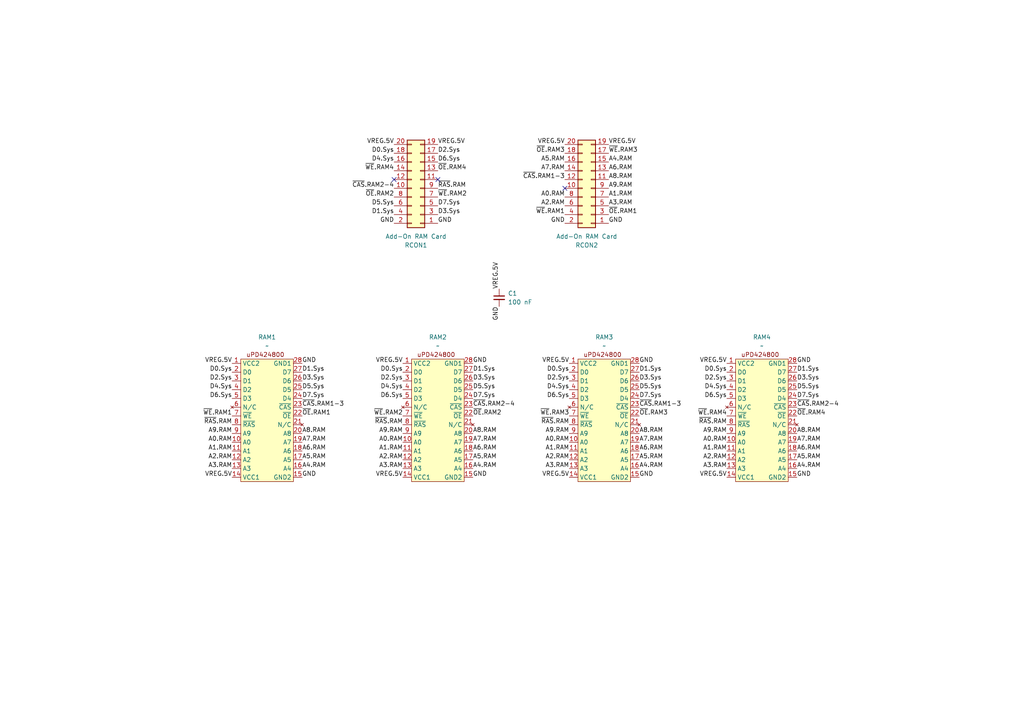
<source format=kicad_sch>
(kicad_sch
	(version 20231120)
	(generator "eeschema")
	(generator_version "8.0")
	(uuid "8e20e15e-a2f5-4ca4-b32c-3ba9700e1dde")
	(paper "A4")
	(lib_symbols
		(symbol "Connector_Generic:Conn_02x10_Odd_Even"
			(pin_names
				(offset 1.016) hide)
			(exclude_from_sim no)
			(in_bom yes)
			(on_board yes)
			(property "Reference" "J"
				(at 1.27 12.7 0)
				(effects
					(font
						(size 1.27 1.27)
					)
				)
			)
			(property "Value" "Conn_02x10_Odd_Even"
				(at 1.27 -15.24 0)
				(effects
					(font
						(size 1.27 1.27)
					)
				)
			)
			(property "Footprint" ""
				(at 0 0 0)
				(effects
					(font
						(size 1.27 1.27)
					)
					(hide yes)
				)
			)
			(property "Datasheet" "~"
				(at 0 0 0)
				(effects
					(font
						(size 1.27 1.27)
					)
					(hide yes)
				)
			)
			(property "Description" "Generic connector, double row, 02x10, odd/even pin numbering scheme (row 1 odd numbers, row 2 even numbers), script generated (kicad-library-utils/schlib/autogen/connector/)"
				(at 0 0 0)
				(effects
					(font
						(size 1.27 1.27)
					)
					(hide yes)
				)
			)
			(property "ki_keywords" "connector"
				(at 0 0 0)
				(effects
					(font
						(size 1.27 1.27)
					)
					(hide yes)
				)
			)
			(property "ki_fp_filters" "Connector*:*_2x??_*"
				(at 0 0 0)
				(effects
					(font
						(size 1.27 1.27)
					)
					(hide yes)
				)
			)
			(symbol "Conn_02x10_Odd_Even_1_1"
				(rectangle
					(start -1.27 -12.573)
					(end 0 -12.827)
					(stroke
						(width 0.1524)
						(type default)
					)
					(fill
						(type none)
					)
				)
				(rectangle
					(start -1.27 -10.033)
					(end 0 -10.287)
					(stroke
						(width 0.1524)
						(type default)
					)
					(fill
						(type none)
					)
				)
				(rectangle
					(start -1.27 -7.493)
					(end 0 -7.747)
					(stroke
						(width 0.1524)
						(type default)
					)
					(fill
						(type none)
					)
				)
				(rectangle
					(start -1.27 -4.953)
					(end 0 -5.207)
					(stroke
						(width 0.1524)
						(type default)
					)
					(fill
						(type none)
					)
				)
				(rectangle
					(start -1.27 -2.413)
					(end 0 -2.667)
					(stroke
						(width 0.1524)
						(type default)
					)
					(fill
						(type none)
					)
				)
				(rectangle
					(start -1.27 0.127)
					(end 0 -0.127)
					(stroke
						(width 0.1524)
						(type default)
					)
					(fill
						(type none)
					)
				)
				(rectangle
					(start -1.27 2.667)
					(end 0 2.413)
					(stroke
						(width 0.1524)
						(type default)
					)
					(fill
						(type none)
					)
				)
				(rectangle
					(start -1.27 5.207)
					(end 0 4.953)
					(stroke
						(width 0.1524)
						(type default)
					)
					(fill
						(type none)
					)
				)
				(rectangle
					(start -1.27 7.747)
					(end 0 7.493)
					(stroke
						(width 0.1524)
						(type default)
					)
					(fill
						(type none)
					)
				)
				(rectangle
					(start -1.27 10.287)
					(end 0 10.033)
					(stroke
						(width 0.1524)
						(type default)
					)
					(fill
						(type none)
					)
				)
				(rectangle
					(start -1.27 11.43)
					(end 3.81 -13.97)
					(stroke
						(width 0.254)
						(type default)
					)
					(fill
						(type background)
					)
				)
				(rectangle
					(start 3.81 -12.573)
					(end 2.54 -12.827)
					(stroke
						(width 0.1524)
						(type default)
					)
					(fill
						(type none)
					)
				)
				(rectangle
					(start 3.81 -10.033)
					(end 2.54 -10.287)
					(stroke
						(width 0.1524)
						(type default)
					)
					(fill
						(type none)
					)
				)
				(rectangle
					(start 3.81 -7.493)
					(end 2.54 -7.747)
					(stroke
						(width 0.1524)
						(type default)
					)
					(fill
						(type none)
					)
				)
				(rectangle
					(start 3.81 -4.953)
					(end 2.54 -5.207)
					(stroke
						(width 0.1524)
						(type default)
					)
					(fill
						(type none)
					)
				)
				(rectangle
					(start 3.81 -2.413)
					(end 2.54 -2.667)
					(stroke
						(width 0.1524)
						(type default)
					)
					(fill
						(type none)
					)
				)
				(rectangle
					(start 3.81 0.127)
					(end 2.54 -0.127)
					(stroke
						(width 0.1524)
						(type default)
					)
					(fill
						(type none)
					)
				)
				(rectangle
					(start 3.81 2.667)
					(end 2.54 2.413)
					(stroke
						(width 0.1524)
						(type default)
					)
					(fill
						(type none)
					)
				)
				(rectangle
					(start 3.81 5.207)
					(end 2.54 4.953)
					(stroke
						(width 0.1524)
						(type default)
					)
					(fill
						(type none)
					)
				)
				(rectangle
					(start 3.81 7.747)
					(end 2.54 7.493)
					(stroke
						(width 0.1524)
						(type default)
					)
					(fill
						(type none)
					)
				)
				(rectangle
					(start 3.81 10.287)
					(end 2.54 10.033)
					(stroke
						(width 0.1524)
						(type default)
					)
					(fill
						(type none)
					)
				)
				(pin passive line
					(at -5.08 10.16 0)
					(length 3.81)
					(name "Pin_1"
						(effects
							(font
								(size 1.27 1.27)
							)
						)
					)
					(number "1"
						(effects
							(font
								(size 1.27 1.27)
							)
						)
					)
				)
				(pin passive line
					(at 7.62 0 180)
					(length 3.81)
					(name "Pin_10"
						(effects
							(font
								(size 1.27 1.27)
							)
						)
					)
					(number "10"
						(effects
							(font
								(size 1.27 1.27)
							)
						)
					)
				)
				(pin passive line
					(at -5.08 -2.54 0)
					(length 3.81)
					(name "Pin_11"
						(effects
							(font
								(size 1.27 1.27)
							)
						)
					)
					(number "11"
						(effects
							(font
								(size 1.27 1.27)
							)
						)
					)
				)
				(pin passive line
					(at 7.62 -2.54 180)
					(length 3.81)
					(name "Pin_12"
						(effects
							(font
								(size 1.27 1.27)
							)
						)
					)
					(number "12"
						(effects
							(font
								(size 1.27 1.27)
							)
						)
					)
				)
				(pin passive line
					(at -5.08 -5.08 0)
					(length 3.81)
					(name "Pin_13"
						(effects
							(font
								(size 1.27 1.27)
							)
						)
					)
					(number "13"
						(effects
							(font
								(size 1.27 1.27)
							)
						)
					)
				)
				(pin passive line
					(at 7.62 -5.08 180)
					(length 3.81)
					(name "Pin_14"
						(effects
							(font
								(size 1.27 1.27)
							)
						)
					)
					(number "14"
						(effects
							(font
								(size 1.27 1.27)
							)
						)
					)
				)
				(pin passive line
					(at -5.08 -7.62 0)
					(length 3.81)
					(name "Pin_15"
						(effects
							(font
								(size 1.27 1.27)
							)
						)
					)
					(number "15"
						(effects
							(font
								(size 1.27 1.27)
							)
						)
					)
				)
				(pin passive line
					(at 7.62 -7.62 180)
					(length 3.81)
					(name "Pin_16"
						(effects
							(font
								(size 1.27 1.27)
							)
						)
					)
					(number "16"
						(effects
							(font
								(size 1.27 1.27)
							)
						)
					)
				)
				(pin passive line
					(at -5.08 -10.16 0)
					(length 3.81)
					(name "Pin_17"
						(effects
							(font
								(size 1.27 1.27)
							)
						)
					)
					(number "17"
						(effects
							(font
								(size 1.27 1.27)
							)
						)
					)
				)
				(pin passive line
					(at 7.62 -10.16 180)
					(length 3.81)
					(name "Pin_18"
						(effects
							(font
								(size 1.27 1.27)
							)
						)
					)
					(number "18"
						(effects
							(font
								(size 1.27 1.27)
							)
						)
					)
				)
				(pin passive line
					(at -5.08 -12.7 0)
					(length 3.81)
					(name "Pin_19"
						(effects
							(font
								(size 1.27 1.27)
							)
						)
					)
					(number "19"
						(effects
							(font
								(size 1.27 1.27)
							)
						)
					)
				)
				(pin passive line
					(at 7.62 10.16 180)
					(length 3.81)
					(name "Pin_2"
						(effects
							(font
								(size 1.27 1.27)
							)
						)
					)
					(number "2"
						(effects
							(font
								(size 1.27 1.27)
							)
						)
					)
				)
				(pin passive line
					(at 7.62 -12.7 180)
					(length 3.81)
					(name "Pin_20"
						(effects
							(font
								(size 1.27 1.27)
							)
						)
					)
					(number "20"
						(effects
							(font
								(size 1.27 1.27)
							)
						)
					)
				)
				(pin passive line
					(at -5.08 7.62 0)
					(length 3.81)
					(name "Pin_3"
						(effects
							(font
								(size 1.27 1.27)
							)
						)
					)
					(number "3"
						(effects
							(font
								(size 1.27 1.27)
							)
						)
					)
				)
				(pin passive line
					(at 7.62 7.62 180)
					(length 3.81)
					(name "Pin_4"
						(effects
							(font
								(size 1.27 1.27)
							)
						)
					)
					(number "4"
						(effects
							(font
								(size 1.27 1.27)
							)
						)
					)
				)
				(pin passive line
					(at -5.08 5.08 0)
					(length 3.81)
					(name "Pin_5"
						(effects
							(font
								(size 1.27 1.27)
							)
						)
					)
					(number "5"
						(effects
							(font
								(size 1.27 1.27)
							)
						)
					)
				)
				(pin passive line
					(at 7.62 5.08 180)
					(length 3.81)
					(name "Pin_6"
						(effects
							(font
								(size 1.27 1.27)
							)
						)
					)
					(number "6"
						(effects
							(font
								(size 1.27 1.27)
							)
						)
					)
				)
				(pin passive line
					(at -5.08 2.54 0)
					(length 3.81)
					(name "Pin_7"
						(effects
							(font
								(size 1.27 1.27)
							)
						)
					)
					(number "7"
						(effects
							(font
								(size 1.27 1.27)
							)
						)
					)
				)
				(pin passive line
					(at 7.62 2.54 180)
					(length 3.81)
					(name "Pin_8"
						(effects
							(font
								(size 1.27 1.27)
							)
						)
					)
					(number "8"
						(effects
							(font
								(size 1.27 1.27)
							)
						)
					)
				)
				(pin passive line
					(at -5.08 0 0)
					(length 3.81)
					(name "Pin_9"
						(effects
							(font
								(size 1.27 1.27)
							)
						)
					)
					(number "9"
						(effects
							(font
								(size 1.27 1.27)
							)
						)
					)
				)
			)
		)
		(symbol "Device:C_Small"
			(pin_numbers hide)
			(pin_names
				(offset 0.254) hide)
			(exclude_from_sim no)
			(in_bom yes)
			(on_board yes)
			(property "Reference" "C"
				(at 0.254 1.778 0)
				(effects
					(font
						(size 1.27 1.27)
					)
					(justify left)
				)
			)
			(property "Value" "C_Small"
				(at 0.254 -2.032 0)
				(effects
					(font
						(size 1.27 1.27)
					)
					(justify left)
				)
			)
			(property "Footprint" ""
				(at 0 0 0)
				(effects
					(font
						(size 1.27 1.27)
					)
					(hide yes)
				)
			)
			(property "Datasheet" "~"
				(at 0 0 0)
				(effects
					(font
						(size 1.27 1.27)
					)
					(hide yes)
				)
			)
			(property "Description" "Unpolarized capacitor, small symbol"
				(at 0 0 0)
				(effects
					(font
						(size 1.27 1.27)
					)
					(hide yes)
				)
			)
			(property "ki_keywords" "capacitor cap"
				(at 0 0 0)
				(effects
					(font
						(size 1.27 1.27)
					)
					(hide yes)
				)
			)
			(property "ki_fp_filters" "C_*"
				(at 0 0 0)
				(effects
					(font
						(size 1.27 1.27)
					)
					(hide yes)
				)
			)
			(symbol "C_Small_0_1"
				(polyline
					(pts
						(xy -1.524 -0.508) (xy 1.524 -0.508)
					)
					(stroke
						(width 0.3302)
						(type default)
					)
					(fill
						(type none)
					)
				)
				(polyline
					(pts
						(xy -1.524 0.508) (xy 1.524 0.508)
					)
					(stroke
						(width 0.3048)
						(type default)
					)
					(fill
						(type none)
					)
				)
			)
			(symbol "C_Small_1_1"
				(pin passive line
					(at 0 2.54 270)
					(length 2.032)
					(name "~"
						(effects
							(font
								(size 1.27 1.27)
							)
						)
					)
					(number "1"
						(effects
							(font
								(size 1.27 1.27)
							)
						)
					)
				)
				(pin passive line
					(at 0 -2.54 90)
					(length 2.032)
					(name "~"
						(effects
							(font
								(size 1.27 1.27)
							)
						)
					)
					(number "2"
						(effects
							(font
								(size 1.27 1.27)
							)
						)
					)
				)
			)
		)
		(symbol "SFIII:uPD424800"
			(exclude_from_sim no)
			(in_bom yes)
			(on_board yes)
			(property "Reference" "U"
				(at 9.398 4.572 0)
				(effects
					(font
						(size 1.27 1.27)
					)
				)
			)
			(property "Value" ""
				(at 0 0 0)
				(effects
					(font
						(size 1.27 1.27)
					)
				)
			)
			(property "Footprint" ""
				(at 0 0 0)
				(effects
					(font
						(size 1.27 1.27)
					)
					(hide yes)
				)
			)
			(property "Datasheet" ""
				(at 0 0 0)
				(effects
					(font
						(size 1.27 1.27)
					)
					(hide yes)
				)
			)
			(property "Description" ""
				(at 0 0 0)
				(effects
					(font
						(size 1.27 1.27)
					)
					(hide yes)
				)
			)
			(symbol "uPD424800_0_0"
				(pin power_in line
					(at 0 0 0)
					(length 2.54)
					(name "VCC2"
						(effects
							(font
								(size 1.27 1.27)
							)
						)
					)
					(number "1"
						(effects
							(font
								(size 1.27 1.27)
							)
						)
					)
				)
				(pin input line
					(at 0 -22.86 0)
					(length 2.54)
					(name "A0"
						(effects
							(font
								(size 1.27 1.27)
							)
						)
					)
					(number "10"
						(effects
							(font
								(size 1.27 1.27)
							)
						)
					)
				)
				(pin input line
					(at 0 -25.4 0)
					(length 2.54)
					(name "A1"
						(effects
							(font
								(size 1.27 1.27)
							)
						)
					)
					(number "11"
						(effects
							(font
								(size 1.27 1.27)
							)
						)
					)
				)
				(pin input line
					(at 0 -27.94 0)
					(length 2.54)
					(name "A2"
						(effects
							(font
								(size 1.27 1.27)
							)
						)
					)
					(number "12"
						(effects
							(font
								(size 1.27 1.27)
							)
						)
					)
				)
				(pin input line
					(at 0 -30.48 0)
					(length 2.54)
					(name "A3"
						(effects
							(font
								(size 1.27 1.27)
							)
						)
					)
					(number "13"
						(effects
							(font
								(size 1.27 1.27)
							)
						)
					)
				)
				(pin power_in line
					(at 0 -33.02 0)
					(length 2.54)
					(name "VCC1"
						(effects
							(font
								(size 1.27 1.27)
							)
						)
					)
					(number "14"
						(effects
							(font
								(size 1.27 1.27)
							)
						)
					)
				)
				(pin power_in line
					(at 20.32 -33.02 180)
					(length 2.54)
					(name "GND2"
						(effects
							(font
								(size 1.27 1.27)
							)
						)
					)
					(number "15"
						(effects
							(font
								(size 1.27 1.27)
							)
						)
					)
				)
				(pin input line
					(at 20.32 -30.48 180)
					(length 2.54)
					(name "A4"
						(effects
							(font
								(size 1.27 1.27)
							)
						)
					)
					(number "16"
						(effects
							(font
								(size 1.27 1.27)
							)
						)
					)
				)
				(pin input line
					(at 20.32 -27.94 180)
					(length 2.54)
					(name "A5"
						(effects
							(font
								(size 1.27 1.27)
							)
						)
					)
					(number "17"
						(effects
							(font
								(size 1.27 1.27)
							)
						)
					)
				)
				(pin input line
					(at 20.32 -25.4 180)
					(length 2.54)
					(name "A6"
						(effects
							(font
								(size 1.27 1.27)
							)
						)
					)
					(number "18"
						(effects
							(font
								(size 1.27 1.27)
							)
						)
					)
				)
				(pin input line
					(at 20.32 -22.86 180)
					(length 2.54)
					(name "A7"
						(effects
							(font
								(size 1.27 1.27)
							)
						)
					)
					(number "19"
						(effects
							(font
								(size 1.27 1.27)
							)
						)
					)
				)
				(pin bidirectional line
					(at 0 -2.54 0)
					(length 2.54)
					(name "D0"
						(effects
							(font
								(size 1.27 1.27)
							)
						)
					)
					(number "2"
						(effects
							(font
								(size 1.27 1.27)
							)
						)
					)
				)
				(pin input line
					(at 20.32 -20.32 180)
					(length 2.54)
					(name "A8"
						(effects
							(font
								(size 1.27 1.27)
							)
						)
					)
					(number "20"
						(effects
							(font
								(size 1.27 1.27)
							)
						)
					)
				)
				(pin no_connect line
					(at 20.32 -17.78 180)
					(length 2.54)
					(name "N/C"
						(effects
							(font
								(size 1.27 1.27)
							)
						)
					)
					(number "21"
						(effects
							(font
								(size 1.27 1.27)
							)
						)
					)
				)
				(pin input line
					(at 20.32 -15.24 180)
					(length 2.54)
					(name "~{OE}"
						(effects
							(font
								(size 1.27 1.27)
							)
						)
					)
					(number "22"
						(effects
							(font
								(size 1.27 1.27)
							)
						)
					)
				)
				(pin input line
					(at 20.32 -12.7 180)
					(length 2.54)
					(name "~{CAS}"
						(effects
							(font
								(size 1.27 1.27)
							)
						)
					)
					(number "23"
						(effects
							(font
								(size 1.27 1.27)
							)
						)
					)
				)
				(pin bidirectional line
					(at 20.32 -10.16 180)
					(length 2.54)
					(name "D4"
						(effects
							(font
								(size 1.27 1.27)
							)
						)
					)
					(number "24"
						(effects
							(font
								(size 1.27 1.27)
							)
						)
					)
				)
				(pin bidirectional line
					(at 20.32 -7.62 180)
					(length 2.54)
					(name "D5"
						(effects
							(font
								(size 1.27 1.27)
							)
						)
					)
					(number "25"
						(effects
							(font
								(size 1.27 1.27)
							)
						)
					)
				)
				(pin bidirectional line
					(at 20.32 -5.08 180)
					(length 2.54)
					(name "D6"
						(effects
							(font
								(size 1.27 1.27)
							)
						)
					)
					(number "26"
						(effects
							(font
								(size 1.27 1.27)
							)
						)
					)
				)
				(pin bidirectional line
					(at 20.32 -2.54 180)
					(length 2.54)
					(name "D7"
						(effects
							(font
								(size 1.27 1.27)
							)
						)
					)
					(number "27"
						(effects
							(font
								(size 1.27 1.27)
							)
						)
					)
				)
				(pin power_in line
					(at 20.32 0 180)
					(length 2.54)
					(name "GND1"
						(effects
							(font
								(size 1.27 1.27)
							)
						)
					)
					(number "28"
						(effects
							(font
								(size 1.27 1.27)
							)
						)
					)
				)
				(pin bidirectional line
					(at 0 -5.08 0)
					(length 2.54)
					(name "D1"
						(effects
							(font
								(size 1.27 1.27)
							)
						)
					)
					(number "3"
						(effects
							(font
								(size 1.27 1.27)
							)
						)
					)
				)
				(pin bidirectional line
					(at 0 -7.62 0)
					(length 2.54)
					(name "D2"
						(effects
							(font
								(size 1.27 1.27)
							)
						)
					)
					(number "4"
						(effects
							(font
								(size 1.27 1.27)
							)
						)
					)
				)
				(pin bidirectional line
					(at 0 -10.16 0)
					(length 2.54)
					(name "D3"
						(effects
							(font
								(size 1.27 1.27)
							)
						)
					)
					(number "5"
						(effects
							(font
								(size 1.27 1.27)
							)
						)
					)
				)
				(pin no_connect line
					(at 0 -12.7 0)
					(length 2.54)
					(name "N/C"
						(effects
							(font
								(size 1.27 1.27)
							)
						)
					)
					(number "6"
						(effects
							(font
								(size 1.27 1.27)
							)
						)
					)
				)
				(pin input line
					(at 0 -15.24 0)
					(length 2.54)
					(name "~{WE}"
						(effects
							(font
								(size 1.27 1.27)
							)
						)
					)
					(number "7"
						(effects
							(font
								(size 1.27 1.27)
							)
						)
					)
				)
				(pin input line
					(at 0 -17.78 0)
					(length 2.54)
					(name "~{RAS}"
						(effects
							(font
								(size 1.27 1.27)
							)
						)
					)
					(number "8"
						(effects
							(font
								(size 1.27 1.27)
							)
						)
					)
				)
				(pin input line
					(at 0 -20.32 0)
					(length 2.54)
					(name "A9"
						(effects
							(font
								(size 1.27 1.27)
							)
						)
					)
					(number "9"
						(effects
							(font
								(size 1.27 1.27)
							)
						)
					)
				)
			)
			(symbol "uPD424800_1_1"
				(rectangle
					(start 2.54 1.27)
					(end 17.78 -34.29)
					(stroke
						(width 0)
						(type default)
					)
					(fill
						(type background)
					)
				)
				(text "uPD424800"
					(at 9.652 2.54 0)
					(effects
						(font
							(size 1.27 1.27)
						)
					)
				)
			)
		)
	)
	(no_connect
		(at 163.83 54.61)
		(uuid "7881a1c8-8bd7-4e32-b4da-f9bf49319afb")
	)
	(no_connect
		(at 127 52.07)
		(uuid "7dd702e9-71bb-43b0-9a1a-19dee41e0aab")
	)
	(no_connect
		(at 114.3 52.07)
		(uuid "ee791a65-3e51-45f8-a202-cfa0045a4e56")
	)
	(label "~{OE}.RAM1"
		(at 176.53 62.23 0)
		(fields_autoplaced yes)
		(effects
			(font
				(size 1.27 1.27)
			)
			(justify left bottom)
		)
		(uuid "02c333de-dece-4169-a9cb-8e8abadd1e4f")
	)
	(label "GND"
		(at 127 64.77 0)
		(fields_autoplaced yes)
		(effects
			(font
				(size 1.27 1.27)
			)
			(justify left bottom)
		)
		(uuid "0409c3eb-705d-4eaf-83ae-04f74989c29e")
	)
	(label "~{CAS}.RAM1-3"
		(at 87.63 118.11 0)
		(fields_autoplaced yes)
		(effects
			(font
				(size 1.27 1.27)
			)
			(justify left bottom)
		)
		(uuid "04fd0459-8012-4816-8084-c4e861910334")
	)
	(label "~{OE}.RAM3"
		(at 163.83 44.45 180)
		(fields_autoplaced yes)
		(effects
			(font
				(size 1.27 1.27)
			)
			(justify right bottom)
		)
		(uuid "06257bc2-5deb-4913-99ad-5fe7e9ee4ce2")
	)
	(label "D5.Sys"
		(at 185.42 113.03 0)
		(fields_autoplaced yes)
		(effects
			(font
				(size 1.27 1.27)
			)
			(justify left bottom)
		)
		(uuid "09b0ab18-9d7f-4710-b82b-0ab9f89d4a05")
	)
	(label "A5.RAM"
		(at 185.42 133.35 0)
		(fields_autoplaced yes)
		(effects
			(font
				(size 1.27 1.27)
			)
			(justify left bottom)
		)
		(uuid "0a0bfcfc-4b1e-4c53-8969-44d914b0d9e8")
	)
	(label "D4.Sys"
		(at 165.1 113.03 180)
		(fields_autoplaced yes)
		(effects
			(font
				(size 1.27 1.27)
			)
			(justify right bottom)
		)
		(uuid "0c02d45b-c9f1-4e33-ba99-dae569ba8923")
	)
	(label "A4.RAM"
		(at 231.14 135.89 0)
		(fields_autoplaced yes)
		(effects
			(font
				(size 1.27 1.27)
			)
			(justify left bottom)
		)
		(uuid "0d276bfb-4f24-41a3-8f4e-bbdb05ec280e")
	)
	(label "D7.Sys"
		(at 185.42 115.57 0)
		(fields_autoplaced yes)
		(effects
			(font
				(size 1.27 1.27)
			)
			(justify left bottom)
		)
		(uuid "11d407aa-3e20-45b0-8d68-f1f50fbf6142")
	)
	(label "D6.Sys"
		(at 67.31 115.57 180)
		(fields_autoplaced yes)
		(effects
			(font
				(size 1.27 1.27)
			)
			(justify right bottom)
		)
		(uuid "131f031a-0073-4d3c-a710-8fa665d08f3b")
	)
	(label "GND"
		(at 87.63 105.41 0)
		(fields_autoplaced yes)
		(effects
			(font
				(size 1.27 1.27)
			)
			(justify left bottom)
		)
		(uuid "144663d3-d60b-49bc-bfe7-ec2a72fb77c6")
	)
	(label "A2.RAM"
		(at 116.84 133.35 180)
		(fields_autoplaced yes)
		(effects
			(font
				(size 1.27 1.27)
			)
			(justify right bottom)
		)
		(uuid "167bc55b-dbb1-4191-b900-1eaa0884cd9c")
	)
	(label "GND"
		(at 137.16 105.41 0)
		(fields_autoplaced yes)
		(effects
			(font
				(size 1.27 1.27)
			)
			(justify left bottom)
		)
		(uuid "1758f3e4-e8d0-4d00-8904-79cabf8385af")
	)
	(label "GND"
		(at 231.14 138.43 0)
		(fields_autoplaced yes)
		(effects
			(font
				(size 1.27 1.27)
			)
			(justify left bottom)
		)
		(uuid "17ca58a4-2b8b-44e6-9291-82d3cf134020")
	)
	(label "A5.RAM"
		(at 163.83 46.99 180)
		(fields_autoplaced yes)
		(effects
			(font
				(size 1.27 1.27)
			)
			(justify right bottom)
		)
		(uuid "1a71b97e-28c3-447e-92a4-8a5f09dd1644")
	)
	(label "A9.RAM"
		(at 210.82 125.73 180)
		(fields_autoplaced yes)
		(effects
			(font
				(size 1.27 1.27)
			)
			(justify right bottom)
		)
		(uuid "1b25cbcc-4a3d-4d7c-a102-e59a27263579")
	)
	(label "A8.RAM"
		(at 87.63 125.73 0)
		(fields_autoplaced yes)
		(effects
			(font
				(size 1.27 1.27)
			)
			(justify left bottom)
		)
		(uuid "1c1dcbd6-42d3-43a5-965a-458139d54011")
	)
	(label "VREG.5V"
		(at 127 41.91 0)
		(fields_autoplaced yes)
		(effects
			(font
				(size 1.27 1.27)
			)
			(justify left bottom)
		)
		(uuid "1f2582b0-0eec-4f97-80b4-e8c1fa6b09bb")
	)
	(label "A8.RAM"
		(at 185.42 125.73 0)
		(fields_autoplaced yes)
		(effects
			(font
				(size 1.27 1.27)
			)
			(justify left bottom)
		)
		(uuid "2006c81e-0dd3-4f7e-bf40-021be42f3300")
	)
	(label "D7.Sys"
		(at 127 59.69 0)
		(fields_autoplaced yes)
		(effects
			(font
				(size 1.27 1.27)
			)
			(justify left bottom)
		)
		(uuid "25ed0f96-8c34-433d-aa5a-f863f37a33f4")
	)
	(label "GND"
		(at 87.63 138.43 0)
		(fields_autoplaced yes)
		(effects
			(font
				(size 1.27 1.27)
			)
			(justify left bottom)
		)
		(uuid "26ddf653-5c9f-424c-8c27-24b65acaa6d5")
	)
	(label "VREG.5V"
		(at 165.1 138.43 180)
		(fields_autoplaced yes)
		(effects
			(font
				(size 1.27 1.27)
			)
			(justify right bottom)
		)
		(uuid "2870ee9b-5732-45e7-a043-e962d65db8e2")
	)
	(label "A3.RAM"
		(at 165.1 135.89 180)
		(fields_autoplaced yes)
		(effects
			(font
				(size 1.27 1.27)
			)
			(justify right bottom)
		)
		(uuid "2a9ad8a4-0fae-4e94-92b3-2070c9d7c278")
	)
	(label "GND"
		(at 163.83 64.77 180)
		(fields_autoplaced yes)
		(effects
			(font
				(size 1.27 1.27)
			)
			(justify right bottom)
		)
		(uuid "2be8a4f6-c740-47b2-ac8e-2d4d9456e4b7")
	)
	(label "A6.RAM"
		(at 176.53 49.53 0)
		(fields_autoplaced yes)
		(effects
			(font
				(size 1.27 1.27)
			)
			(justify left bottom)
		)
		(uuid "2cb9b953-92d9-4c2d-bcd5-e9cd8d185396")
	)
	(label "D3.Sys"
		(at 137.16 110.49 0)
		(fields_autoplaced yes)
		(effects
			(font
				(size 1.27 1.27)
			)
			(justify left bottom)
		)
		(uuid "3014d865-ac09-456e-8edc-f4c1d84fd8d1")
	)
	(label "A9.RAM"
		(at 116.84 125.73 180)
		(fields_autoplaced yes)
		(effects
			(font
				(size 1.27 1.27)
			)
			(justify right bottom)
		)
		(uuid "305621b8-1ae3-490c-9d63-317326a226de")
	)
	(label "D2.Sys"
		(at 116.84 110.49 180)
		(fields_autoplaced yes)
		(effects
			(font
				(size 1.27 1.27)
			)
			(justify right bottom)
		)
		(uuid "30c39632-fb16-4649-bbc5-d1da57247733")
	)
	(label "A1.RAM"
		(at 176.53 57.15 0)
		(fields_autoplaced yes)
		(effects
			(font
				(size 1.27 1.27)
			)
			(justify left bottom)
		)
		(uuid "30db6d4f-4575-4781-99d4-e0896c0f28b3")
	)
	(label "D6.Sys"
		(at 127 46.99 0)
		(fields_autoplaced yes)
		(effects
			(font
				(size 1.27 1.27)
			)
			(justify left bottom)
		)
		(uuid "3206cedf-96df-483d-bbf1-820184ca1379")
	)
	(label "A6.RAM"
		(at 185.42 130.81 0)
		(fields_autoplaced yes)
		(effects
			(font
				(size 1.27 1.27)
			)
			(justify left bottom)
		)
		(uuid "34ad1b8b-ddf1-4d48-8a07-7eab49364bdf")
	)
	(label "~{RAS}.RAM"
		(at 116.84 123.19 180)
		(fields_autoplaced yes)
		(effects
			(font
				(size 1.27 1.27)
			)
			(justify right bottom)
		)
		(uuid "370fa033-9375-473e-a987-64420793abe6")
	)
	(label "A4.RAM"
		(at 185.42 135.89 0)
		(fields_autoplaced yes)
		(effects
			(font
				(size 1.27 1.27)
			)
			(justify left bottom)
		)
		(uuid "383fc075-a93b-4a68-9234-4759fac11e50")
	)
	(label "VREG.5V"
		(at 210.82 105.41 180)
		(fields_autoplaced yes)
		(effects
			(font
				(size 1.27 1.27)
			)
			(justify right bottom)
		)
		(uuid "38412d38-d625-4020-9149-95e27989a80b")
	)
	(label "D1.Sys"
		(at 137.16 107.95 0)
		(fields_autoplaced yes)
		(effects
			(font
				(size 1.27 1.27)
			)
			(justify left bottom)
		)
		(uuid "38bc572c-5165-4b1c-baf8-cf500b73f378")
	)
	(label "D7.Sys"
		(at 87.63 115.57 0)
		(fields_autoplaced yes)
		(effects
			(font
				(size 1.27 1.27)
			)
			(justify left bottom)
		)
		(uuid "396975e5-4014-47cb-8145-fcc0717cd4e1")
	)
	(label "D4.Sys"
		(at 116.84 113.03 180)
		(fields_autoplaced yes)
		(effects
			(font
				(size 1.27 1.27)
			)
			(justify right bottom)
		)
		(uuid "39f8eab5-4871-407f-9f6a-cf2a04f94cdb")
	)
	(label "D3.Sys"
		(at 87.63 110.49 0)
		(fields_autoplaced yes)
		(effects
			(font
				(size 1.27 1.27)
			)
			(justify left bottom)
		)
		(uuid "3e282ad6-dc81-4e45-bde8-6c0e84bc0f01")
	)
	(label "A7.RAM"
		(at 163.83 49.53 180)
		(fields_autoplaced yes)
		(effects
			(font
				(size 1.27 1.27)
			)
			(justify right bottom)
		)
		(uuid "3f762d5d-a848-4b19-bab3-26980002468f")
	)
	(label "A9.RAM"
		(at 165.1 125.73 180)
		(fields_autoplaced yes)
		(effects
			(font
				(size 1.27 1.27)
			)
			(justify right bottom)
		)
		(uuid "416572d4-bca8-49ee-84b7-9b3accfa7c0d")
	)
	(label "A5.RAM"
		(at 137.16 133.35 0)
		(fields_autoplaced yes)
		(effects
			(font
				(size 1.27 1.27)
			)
			(justify left bottom)
		)
		(uuid "41d3a78d-ec79-4d68-872e-733f0e7b10e9")
	)
	(label "D2.Sys"
		(at 67.31 110.49 180)
		(fields_autoplaced yes)
		(effects
			(font
				(size 1.27 1.27)
			)
			(justify right bottom)
		)
		(uuid "4419cd0e-e4ce-45a0-bc62-017ad37263f1")
	)
	(label "D1.Sys"
		(at 185.42 107.95 0)
		(fields_autoplaced yes)
		(effects
			(font
				(size 1.27 1.27)
			)
			(justify left bottom)
		)
		(uuid "44331e59-ba99-4ff0-ae32-5c04f4ab7b5e")
	)
	(label "A9.RAM"
		(at 176.53 54.61 0)
		(fields_autoplaced yes)
		(effects
			(font
				(size 1.27 1.27)
			)
			(justify left bottom)
		)
		(uuid "45fb3aef-6b09-48f5-9c2a-12aa2f817157")
	)
	(label "A3.RAM"
		(at 210.82 135.89 180)
		(fields_autoplaced yes)
		(effects
			(font
				(size 1.27 1.27)
			)
			(justify right bottom)
		)
		(uuid "464f5576-35af-4fda-8145-af90725520e6")
	)
	(label "D0.Sys"
		(at 67.31 107.95 180)
		(fields_autoplaced yes)
		(effects
			(font
				(size 1.27 1.27)
			)
			(justify right bottom)
		)
		(uuid "4c98b505-7f13-46cd-bc99-eaa4904d0d37")
	)
	(label "~{WE}.RAM3"
		(at 176.53 44.45 0)
		(fields_autoplaced yes)
		(effects
			(font
				(size 1.27 1.27)
			)
			(justify left bottom)
		)
		(uuid "4d88e8a2-574a-4b6e-88f7-c66fc806b7fe")
	)
	(label "D3.Sys"
		(at 127 62.23 0)
		(fields_autoplaced yes)
		(effects
			(font
				(size 1.27 1.27)
			)
			(justify left bottom)
		)
		(uuid "4f2c36bd-9f5b-42b6-a2af-afd5dd5ff0d5")
	)
	(label "~{OE}.RAM2"
		(at 137.16 120.65 0)
		(fields_autoplaced yes)
		(effects
			(font
				(size 1.27 1.27)
			)
			(justify left bottom)
		)
		(uuid "4fea4ca1-7448-4418-9b9c-b491fa632f2f")
	)
	(label "~{CAS}.RAM2-4"
		(at 137.16 118.11 0)
		(fields_autoplaced yes)
		(effects
			(font
				(size 1.27 1.27)
			)
			(justify left bottom)
		)
		(uuid "52d0d2bf-b121-4611-84bd-c4f1ccb3c99a")
	)
	(label "~{RAS}.RAM"
		(at 165.1 123.19 180)
		(fields_autoplaced yes)
		(effects
			(font
				(size 1.27 1.27)
			)
			(justify right bottom)
		)
		(uuid "55216f8d-2588-4fe7-b0be-7e257ee3fd47")
	)
	(label "~{CAS}.RAM2-4"
		(at 114.3 54.61 180)
		(fields_autoplaced yes)
		(effects
			(font
				(size 1.27 1.27)
			)
			(justify right bottom)
		)
		(uuid "558ffaed-f811-4ab9-aded-b2a8bb4c29bf")
	)
	(label "D2.Sys"
		(at 127 44.45 0)
		(fields_autoplaced yes)
		(effects
			(font
				(size 1.27 1.27)
			)
			(justify left bottom)
		)
		(uuid "587823ee-661b-4664-9620-62c81fb16d09")
	)
	(label "~{CAS}.RAM2-4"
		(at 231.14 118.11 0)
		(fields_autoplaced yes)
		(effects
			(font
				(size 1.27 1.27)
			)
			(justify left bottom)
		)
		(uuid "5aaaf366-45d8-4b6f-bb09-2d27fd005c2f")
	)
	(label "D4.Sys"
		(at 67.31 113.03 180)
		(fields_autoplaced yes)
		(effects
			(font
				(size 1.27 1.27)
			)
			(justify right bottom)
		)
		(uuid "5b0c9b30-6e86-4e1e-bc9a-148e6c9a7b4c")
	)
	(label "D3.Sys"
		(at 231.14 110.49 0)
		(fields_autoplaced yes)
		(effects
			(font
				(size 1.27 1.27)
			)
			(justify left bottom)
		)
		(uuid "615c292a-a51c-4969-8a00-9f9afcfb37b3")
	)
	(label "D5.Sys"
		(at 87.63 113.03 0)
		(fields_autoplaced yes)
		(effects
			(font
				(size 1.27 1.27)
			)
			(justify left bottom)
		)
		(uuid "617c5b0d-eb06-44cf-a90e-9a186bbd2739")
	)
	(label "A2.RAM"
		(at 67.31 133.35 180)
		(fields_autoplaced yes)
		(effects
			(font
				(size 1.27 1.27)
			)
			(justify right bottom)
		)
		(uuid "64c08de1-898b-48b0-9d24-edcea565475e")
	)
	(label "~{WE}.RAM4"
		(at 210.82 120.65 180)
		(fields_autoplaced yes)
		(effects
			(font
				(size 1.27 1.27)
			)
			(justify right bottom)
		)
		(uuid "650c0ede-8457-4362-bc3c-5f1a2b654610")
	)
	(label "A6.RAM"
		(at 87.63 130.81 0)
		(fields_autoplaced yes)
		(effects
			(font
				(size 1.27 1.27)
			)
			(justify left bottom)
		)
		(uuid "6513ff1a-7268-4111-ae14-1b2b0cb12047")
	)
	(label "VREG.5V"
		(at 176.53 41.91 0)
		(fields_autoplaced yes)
		(effects
			(font
				(size 1.27 1.27)
			)
			(justify left bottom)
		)
		(uuid "69398301-c06c-44be-8ca9-d290c6c22485")
	)
	(label "D0.Sys"
		(at 116.84 107.95 180)
		(fields_autoplaced yes)
		(effects
			(font
				(size 1.27 1.27)
			)
			(justify right bottom)
		)
		(uuid "6aeca536-5453-4547-87e9-37f1de23621b")
	)
	(label "VREG.5V"
		(at 114.3 41.91 180)
		(fields_autoplaced yes)
		(effects
			(font
				(size 1.27 1.27)
			)
			(justify right bottom)
		)
		(uuid "6d243654-a689-4cf6-bb52-5b2f99be3c00")
	)
	(label "A1.RAM"
		(at 67.31 130.81 180)
		(fields_autoplaced yes)
		(effects
			(font
				(size 1.27 1.27)
			)
			(justify right bottom)
		)
		(uuid "717e29ef-9d77-4db6-ac6c-f7a0174bed83")
	)
	(label "A7.RAM"
		(at 137.16 128.27 0)
		(fields_autoplaced yes)
		(effects
			(font
				(size 1.27 1.27)
			)
			(justify left bottom)
		)
		(uuid "726740da-ef73-4139-ab8f-2331274b311e")
	)
	(label "~{OE}.RAM4"
		(at 127 49.53 0)
		(fields_autoplaced yes)
		(effects
			(font
				(size 1.27 1.27)
			)
			(justify left bottom)
		)
		(uuid "730a6d01-aaf9-4b2c-ad03-35dc9634a469")
	)
	(label "A0.RAM"
		(at 165.1 128.27 180)
		(fields_autoplaced yes)
		(effects
			(font
				(size 1.27 1.27)
			)
			(justify right bottom)
		)
		(uuid "73857870-217b-4414-81fa-cb7cbdabdc54")
	)
	(label "D2.Sys"
		(at 165.1 110.49 180)
		(fields_autoplaced yes)
		(effects
			(font
				(size 1.27 1.27)
			)
			(justify right bottom)
		)
		(uuid "76b6aee3-b486-44f3-bce5-f7a3c70d149c")
	)
	(label "GND"
		(at 137.16 138.43 0)
		(fields_autoplaced yes)
		(effects
			(font
				(size 1.27 1.27)
			)
			(justify left bottom)
		)
		(uuid "771db147-854d-412e-8bca-8bcbf92fa9d7")
	)
	(label "A7.RAM"
		(at 87.63 128.27 0)
		(fields_autoplaced yes)
		(effects
			(font
				(size 1.27 1.27)
			)
			(justify left bottom)
		)
		(uuid "77bd6b49-aa46-454f-af19-54cec1228333")
	)
	(label "A5.RAM"
		(at 231.14 133.35 0)
		(fields_autoplaced yes)
		(effects
			(font
				(size 1.27 1.27)
			)
			(justify left bottom)
		)
		(uuid "7ffd359b-dc87-4ae4-be83-d10f9851391d")
	)
	(label "D5.Sys"
		(at 231.14 113.03 0)
		(fields_autoplaced yes)
		(effects
			(font
				(size 1.27 1.27)
			)
			(justify left bottom)
		)
		(uuid "80938dbb-6efa-4443-9b59-96e4f239f726")
	)
	(label "VREG.5V"
		(at 67.31 138.43 180)
		(fields_autoplaced yes)
		(effects
			(font
				(size 1.27 1.27)
			)
			(justify right bottom)
		)
		(uuid "82662be9-cdc1-488a-9d11-5728675b97a1")
	)
	(label "D7.Sys"
		(at 137.16 115.57 0)
		(fields_autoplaced yes)
		(effects
			(font
				(size 1.27 1.27)
			)
			(justify left bottom)
		)
		(uuid "82f5408e-0add-4a2d-9084-8d94dde3ffac")
	)
	(label "~{RAS}.RAM"
		(at 127 54.61 0)
		(fields_autoplaced yes)
		(effects
			(font
				(size 1.27 1.27)
			)
			(justify left bottom)
		)
		(uuid "83b57526-5789-4144-aead-2f70c9c1ab18")
	)
	(label "VREG.5V"
		(at 165.1 105.41 180)
		(fields_autoplaced yes)
		(effects
			(font
				(size 1.27 1.27)
			)
			(justify right bottom)
		)
		(uuid "84835560-a548-4063-969f-54680d87d1d6")
	)
	(label "GND"
		(at 144.78 88.9 270)
		(fields_autoplaced yes)
		(effects
			(font
				(size 1.27 1.27)
			)
			(justify right bottom)
		)
		(uuid "8568d8b1-d5fb-49ef-a418-dc8ffeb55419")
	)
	(label "D4.Sys"
		(at 114.3 46.99 180)
		(fields_autoplaced yes)
		(effects
			(font
				(size 1.27 1.27)
			)
			(justify right bottom)
		)
		(uuid "8764cfa1-cb66-4a7f-b341-0706cab14ae5")
	)
	(label "D7.Sys"
		(at 231.14 115.57 0)
		(fields_autoplaced yes)
		(effects
			(font
				(size 1.27 1.27)
			)
			(justify left bottom)
		)
		(uuid "89216a3f-6c39-460b-844a-e811667b5b4b")
	)
	(label "D6.Sys"
		(at 165.1 115.57 180)
		(fields_autoplaced yes)
		(effects
			(font
				(size 1.27 1.27)
			)
			(justify right bottom)
		)
		(uuid "8abbe9d8-a6ce-44b7-9a0b-bc7cffc4dc77")
	)
	(label "GND"
		(at 231.14 105.41 0)
		(fields_autoplaced yes)
		(effects
			(font
				(size 1.27 1.27)
			)
			(justify left bottom)
		)
		(uuid "8d45ff21-29f3-4ec1-a8ed-825ea11de20f")
	)
	(label "~{CAS}.RAM1-3"
		(at 185.42 118.11 0)
		(fields_autoplaced yes)
		(effects
			(font
				(size 1.27 1.27)
			)
			(justify left bottom)
		)
		(uuid "911c6fd1-2fa5-41f6-bdf9-9e12a2606258")
	)
	(label "D6.Sys"
		(at 116.84 115.57 180)
		(fields_autoplaced yes)
		(effects
			(font
				(size 1.27 1.27)
			)
			(justify right bottom)
		)
		(uuid "940ff113-25e1-401b-b7a8-048f7d4aa31c")
	)
	(label "A3.RAM"
		(at 116.84 135.89 180)
		(fields_autoplaced yes)
		(effects
			(font
				(size 1.27 1.27)
			)
			(justify right bottom)
		)
		(uuid "979d827b-ce26-4ebd-8e73-3a7a4d62ec43")
	)
	(label "D0.Sys"
		(at 114.3 44.45 180)
		(fields_autoplaced yes)
		(effects
			(font
				(size 1.27 1.27)
			)
			(justify right bottom)
		)
		(uuid "9db3f475-9523-4b07-a331-7c8cac63b230")
	)
	(label "D4.Sys"
		(at 210.82 113.03 180)
		(fields_autoplaced yes)
		(effects
			(font
				(size 1.27 1.27)
			)
			(justify right bottom)
		)
		(uuid "9e510f4c-89b5-41cd-b376-462a302bb494")
	)
	(label "A4.RAM"
		(at 176.53 46.99 0)
		(fields_autoplaced yes)
		(effects
			(font
				(size 1.27 1.27)
			)
			(justify left bottom)
		)
		(uuid "9e76e67e-435b-41c5-b7f5-44ca179238fa")
	)
	(label "GND"
		(at 185.42 138.43 0)
		(fields_autoplaced yes)
		(effects
			(font
				(size 1.27 1.27)
			)
			(justify left bottom)
		)
		(uuid "a001b575-e4d4-4ba5-9450-3082a4a5a8de")
	)
	(label "A6.RAM"
		(at 137.16 130.81 0)
		(fields_autoplaced yes)
		(effects
			(font
				(size 1.27 1.27)
			)
			(justify left bottom)
		)
		(uuid "a00b7fe9-0d7f-4d41-8bea-c82c901c0a10")
	)
	(label "D0.Sys"
		(at 165.1 107.95 180)
		(fields_autoplaced yes)
		(effects
			(font
				(size 1.27 1.27)
			)
			(justify right bottom)
		)
		(uuid "a1547985-ac22-4101-aa96-437bb91eb8d7")
	)
	(label "A0.RAM"
		(at 210.82 128.27 180)
		(fields_autoplaced yes)
		(effects
			(font
				(size 1.27 1.27)
			)
			(justify right bottom)
		)
		(uuid "a2f7b7f9-6ad7-4acb-9720-6e0ec83dc81a")
	)
	(label "D0.Sys"
		(at 210.82 107.95 180)
		(fields_autoplaced yes)
		(effects
			(font
				(size 1.27 1.27)
			)
			(justify right bottom)
		)
		(uuid "a483f326-faea-4a11-9918-052204ad1e03")
	)
	(label "~{CAS}.RAM1-3"
		(at 163.83 52.07 180)
		(fields_autoplaced yes)
		(effects
			(font
				(size 1.27 1.27)
			)
			(justify right bottom)
		)
		(uuid "a4873b8e-51f6-4b53-9f8f-e09db8541bbd")
	)
	(label "A1.RAM"
		(at 116.84 130.81 180)
		(fields_autoplaced yes)
		(effects
			(font
				(size 1.27 1.27)
			)
			(justify right bottom)
		)
		(uuid "a77f315e-b278-4c8b-a858-dc2c6f2206fb")
	)
	(label "A8.RAM"
		(at 231.14 125.73 0)
		(fields_autoplaced yes)
		(effects
			(font
				(size 1.27 1.27)
			)
			(justify left bottom)
		)
		(uuid "ac760a01-1464-4e84-ab08-d32f1569a4c4")
	)
	(label "VREG.5V"
		(at 163.83 41.91 180)
		(fields_autoplaced yes)
		(effects
			(font
				(size 1.27 1.27)
			)
			(justify right bottom)
		)
		(uuid "ada70344-6ee7-4e4f-8d40-9b487c058527")
	)
	(label "~{WE}.RAM3"
		(at 165.1 120.65 180)
		(fields_autoplaced yes)
		(effects
			(font
				(size 1.27 1.27)
			)
			(justify right bottom)
		)
		(uuid "ae685064-ec4e-4fa4-bc58-9b1de365d4e0")
	)
	(label "~{WE}.RAM1"
		(at 67.31 120.65 180)
		(fields_autoplaced yes)
		(effects
			(font
				(size 1.27 1.27)
			)
			(justify right bottom)
		)
		(uuid "b072bb5f-28db-4820-8573-20e62d47d6ca")
	)
	(label "D3.Sys"
		(at 185.42 110.49 0)
		(fields_autoplaced yes)
		(effects
			(font
				(size 1.27 1.27)
			)
			(justify left bottom)
		)
		(uuid "b0d25736-cec3-42f7-a109-29a0cc87f5e9")
	)
	(label "A2.RAM"
		(at 163.83 59.69 180)
		(fields_autoplaced yes)
		(effects
			(font
				(size 1.27 1.27)
			)
			(justify right bottom)
		)
		(uuid "b152d842-b545-4c7e-95ec-36ec655e51af")
	)
	(label "A4.RAM"
		(at 87.63 135.89 0)
		(fields_autoplaced yes)
		(effects
			(font
				(size 1.27 1.27)
			)
			(justify left bottom)
		)
		(uuid "b1fb5546-0370-424d-a0c7-e93dc94a5369")
	)
	(label "VREG.5V"
		(at 116.84 138.43 180)
		(fields_autoplaced yes)
		(effects
			(font
				(size 1.27 1.27)
			)
			(justify right bottom)
		)
		(uuid "b49a9fbd-b3a5-4846-a5cf-eac49a3c4af7")
	)
	(label "A9.RAM"
		(at 67.31 125.73 180)
		(fields_autoplaced yes)
		(effects
			(font
				(size 1.27 1.27)
			)
			(justify right bottom)
		)
		(uuid "b500582e-c6e3-4c68-8773-10d166199cd8")
	)
	(label "A1.RAM"
		(at 165.1 130.81 180)
		(fields_autoplaced yes)
		(effects
			(font
				(size 1.27 1.27)
			)
			(justify right bottom)
		)
		(uuid "b5c3981b-9218-47b0-b60c-be232e929b5e")
	)
	(label "GND"
		(at 185.42 105.41 0)
		(fields_autoplaced yes)
		(effects
			(font
				(size 1.27 1.27)
			)
			(justify left bottom)
		)
		(uuid "b67d6cdd-074d-4495-8bb3-ad5b39c8ce64")
	)
	(label "D2.Sys"
		(at 210.82 110.49 180)
		(fields_autoplaced yes)
		(effects
			(font
				(size 1.27 1.27)
			)
			(justify right bottom)
		)
		(uuid "b689adca-9411-4139-a8c4-578b2c1e11c1")
	)
	(label "GND"
		(at 176.53 64.77 0)
		(fields_autoplaced yes)
		(effects
			(font
				(size 1.27 1.27)
			)
			(justify left bottom)
		)
		(uuid "badf7d24-0d7d-4e8a-bcfe-634eb851cd7e")
	)
	(label "A0.RAM"
		(at 67.31 128.27 180)
		(fields_autoplaced yes)
		(effects
			(font
				(size 1.27 1.27)
			)
			(justify right bottom)
		)
		(uuid "bf538019-abff-450b-8386-5b640f18e944")
	)
	(label "A5.RAM"
		(at 87.63 133.35 0)
		(fields_autoplaced yes)
		(effects
			(font
				(size 1.27 1.27)
			)
			(justify left bottom)
		)
		(uuid "bf8bf945-18da-4c7a-9ab7-420a12af203b")
	)
	(label "D1.Sys"
		(at 231.14 107.95 0)
		(fields_autoplaced yes)
		(effects
			(font
				(size 1.27 1.27)
			)
			(justify left bottom)
		)
		(uuid "bfc3dadb-03ce-4aa9-92bd-ac76192df363")
	)
	(label "~{OE}.RAM4"
		(at 231.14 120.65 0)
		(fields_autoplaced yes)
		(effects
			(font
				(size 1.27 1.27)
			)
			(justify left bottom)
		)
		(uuid "c1237149-5f49-4b29-b09e-aa60bf369ec8")
	)
	(label "A0.RAM"
		(at 116.84 128.27 180)
		(fields_autoplaced yes)
		(effects
			(font
				(size 1.27 1.27)
			)
			(justify right bottom)
		)
		(uuid "c23b1a06-c997-4bb9-95f0-dc38062b94f9")
	)
	(label "~{WE}.RAM2"
		(at 127 57.15 0)
		(fields_autoplaced yes)
		(effects
			(font
				(size 1.27 1.27)
			)
			(justify left bottom)
		)
		(uuid "c2de3b00-09b5-48e7-b579-9f02736358df")
	)
	(label "D5.Sys"
		(at 114.3 59.69 180)
		(fields_autoplaced yes)
		(effects
			(font
				(size 1.27 1.27)
			)
			(justify right bottom)
		)
		(uuid "c5418459-9eb3-4771-a395-ded04e6be1be")
	)
	(label "A1.RAM"
		(at 210.82 130.81 180)
		(fields_autoplaced yes)
		(effects
			(font
				(size 1.27 1.27)
			)
			(justify right bottom)
		)
		(uuid "c5f8a827-4367-4a69-8404-2ac463545bc8")
	)
	(label "GND"
		(at 114.3 64.77 180)
		(fields_autoplaced yes)
		(effects
			(font
				(size 1.27 1.27)
			)
			(justify right bottom)
		)
		(uuid "c7e467bf-4fd2-442a-9fb4-64c5e3152cdf")
	)
	(label "D1.Sys"
		(at 87.63 107.95 0)
		(fields_autoplaced yes)
		(effects
			(font
				(size 1.27 1.27)
			)
			(justify left bottom)
		)
		(uuid "cc42c0b6-f37a-467b-878d-896998336280")
	)
	(label "~{OE}.RAM2"
		(at 114.3 57.15 180)
		(fields_autoplaced yes)
		(effects
			(font
				(size 1.27 1.27)
			)
			(justify right bottom)
		)
		(uuid "ce3dc527-e362-45dd-915f-40dd2c270428")
	)
	(label "VREG.5V"
		(at 210.82 138.43 180)
		(fields_autoplaced yes)
		(effects
			(font
				(size 1.27 1.27)
			)
			(justify right bottom)
		)
		(uuid "d18fa2f2-6133-43d7-9a3b-9aba40dc0eb9")
	)
	(label "A2.RAM"
		(at 210.82 133.35 180)
		(fields_autoplaced yes)
		(effects
			(font
				(size 1.27 1.27)
			)
			(justify right bottom)
		)
		(uuid "d32a190e-419f-47f6-a3bd-d8b900943212")
	)
	(label "~{RAS}.RAM"
		(at 210.82 123.19 180)
		(fields_autoplaced yes)
		(effects
			(font
				(size 1.27 1.27)
			)
			(justify right bottom)
		)
		(uuid "d413ba97-d7c9-4595-98b4-54ac823a245a")
	)
	(label "~{WE}.RAM4"
		(at 114.3 49.53 180)
		(fields_autoplaced yes)
		(effects
			(font
				(size 1.27 1.27)
			)
			(justify right bottom)
		)
		(uuid "d550429d-1a8a-4996-92c5-583cb761beda")
	)
	(label "~{OE}.RAM1"
		(at 87.63 120.65 0)
		(fields_autoplaced yes)
		(effects
			(font
				(size 1.27 1.27)
			)
			(justify left bottom)
		)
		(uuid "d6716266-ad6d-4998-9ee3-f314b145231c")
	)
	(label "A7.RAM"
		(at 231.14 128.27 0)
		(fields_autoplaced yes)
		(effects
			(font
				(size 1.27 1.27)
			)
			(justify left bottom)
		)
		(uuid "d92f5091-fc0a-4231-b774-9d3e65362ac6")
	)
	(label "D5.Sys"
		(at 137.16 113.03 0)
		(fields_autoplaced yes)
		(effects
			(font
				(size 1.27 1.27)
			)
			(justify left bottom)
		)
		(uuid "da644feb-73a1-429e-8244-d5fade36b22d")
	)
	(label "A3.RAM"
		(at 67.31 135.89 180)
		(fields_autoplaced yes)
		(effects
			(font
				(size 1.27 1.27)
			)
			(justify right bottom)
		)
		(uuid "dcaacb09-c386-43c6-b817-3c2e6cbe60f1")
	)
	(label "A3.RAM"
		(at 176.53 59.69 0)
		(fields_autoplaced yes)
		(effects
			(font
				(size 1.27 1.27)
			)
			(justify left bottom)
		)
		(uuid "dd1c0597-af06-470e-8c1e-46ce267e4b4f")
	)
	(label "~{WE}.RAM2"
		(at 116.84 120.65 180)
		(fields_autoplaced yes)
		(effects
			(font
				(size 1.27 1.27)
			)
			(justify right bottom)
		)
		(uuid "de64c3f6-171f-4b24-a7a5-67ff0abade0c")
	)
	(label "A8.RAM"
		(at 176.53 52.07 0)
		(fields_autoplaced yes)
		(effects
			(font
				(size 1.27 1.27)
			)
			(justify left bottom)
		)
		(uuid "e224d7ef-626f-4175-ab11-e8f0756e615f")
	)
	(label "A0.RAM"
		(at 163.83 57.15 180)
		(fields_autoplaced yes)
		(effects
			(font
				(size 1.27 1.27)
			)
			(justify right bottom)
		)
		(uuid "e49fccfd-aab8-4e36-8a50-2f15ce24b229")
	)
	(label "A7.RAM"
		(at 185.42 128.27 0)
		(fields_autoplaced yes)
		(effects
			(font
				(size 1.27 1.27)
			)
			(justify left bottom)
		)
		(uuid "e837c3e9-0bc4-4914-baad-4d652b64c546")
	)
	(label "VREG.5V"
		(at 67.31 105.41 180)
		(fields_autoplaced yes)
		(effects
			(font
				(size 1.27 1.27)
			)
			(justify right bottom)
		)
		(uuid "e909e360-927f-4a63-8d38-67e495a36368")
	)
	(label "D1.Sys"
		(at 114.3 62.23 180)
		(fields_autoplaced yes)
		(effects
			(font
				(size 1.27 1.27)
			)
			(justify right bottom)
		)
		(uuid "ea7a219d-2c5e-43d0-a770-ef727b817b7f")
	)
	(label "A8.RAM"
		(at 137.16 125.73 0)
		(fields_autoplaced yes)
		(effects
			(font
				(size 1.27 1.27)
			)
			(justify left bottom)
		)
		(uuid "ebae2f0a-5fd9-4e6a-946c-713361ad0371")
	)
	(label "~{WE}.RAM1"
		(at 163.83 62.23 180)
		(fields_autoplaced yes)
		(effects
			(font
				(size 1.27 1.27)
			)
			(justify right bottom)
		)
		(uuid "ec6279c7-5b4e-4319-aefe-a59c368d1bb1")
	)
	(label "A4.RAM"
		(at 137.16 135.89 0)
		(fields_autoplaced yes)
		(effects
			(font
				(size 1.27 1.27)
			)
			(justify left bottom)
		)
		(uuid "ed49c9ef-9d1e-45db-9a68-b4c6938f2bf8")
	)
	(label "D6.Sys"
		(at 210.82 115.57 180)
		(fields_autoplaced yes)
		(effects
			(font
				(size 1.27 1.27)
			)
			(justify right bottom)
		)
		(uuid "ee3382e2-da87-4324-bff0-1ec669a97926")
	)
	(label "A6.RAM"
		(at 231.14 130.81 0)
		(fields_autoplaced yes)
		(effects
			(font
				(size 1.27 1.27)
			)
			(justify left bottom)
		)
		(uuid "ef0c6d9c-4b20-4ad7-ac27-998c592fc60d")
	)
	(label "A2.RAM"
		(at 165.1 133.35 180)
		(fields_autoplaced yes)
		(effects
			(font
				(size 1.27 1.27)
			)
			(justify right bottom)
		)
		(uuid "f0ef2de3-6446-4b57-9562-6afe32efd335")
	)
	(label "~{RAS}.RAM"
		(at 67.31 123.19 180)
		(fields_autoplaced yes)
		(effects
			(font
				(size 1.27 1.27)
			)
			(justify right bottom)
		)
		(uuid "f50cd434-f5f0-4b8a-b93a-de5ed6d45981")
	)
	(label "VREG.5V"
		(at 144.78 83.82 90)
		(fields_autoplaced yes)
		(effects
			(font
				(size 1.27 1.27)
			)
			(justify left bottom)
		)
		(uuid "f564c2d1-88e0-417c-b3b6-48b597148a6e")
	)
	(label "VREG.5V"
		(at 116.84 105.41 180)
		(fields_autoplaced yes)
		(effects
			(font
				(size 1.27 1.27)
			)
			(justify right bottom)
		)
		(uuid "f81fa5e7-207d-4bbe-804b-da7d18efcc60")
	)
	(label "~{OE}.RAM3"
		(at 185.42 120.65 0)
		(fields_autoplaced yes)
		(effects
			(font
				(size 1.27 1.27)
			)
			(justify left bottom)
		)
		(uuid "fb154ea6-b407-4d29-8ad4-0e06b0d10b75")
	)
	(symbol
		(lib_id "SFIII:uPD424800")
		(at 210.82 105.41 0)
		(unit 1)
		(exclude_from_sim no)
		(in_bom yes)
		(on_board yes)
		(dnp no)
		(fields_autoplaced yes)
		(uuid "4d13f0b6-5a92-4901-bc82-8fbd7aa83533")
		(property "Reference" "RAM4"
			(at 220.98 97.79 0)
			(effects
				(font
					(size 1.27 1.27)
				)
			)
		)
		(property "Value" "~"
			(at 220.98 100.33 0)
			(effects
				(font
					(size 1.27 1.27)
				)
			)
		)
		(property "Footprint" "SFIII:uPD424800"
			(at 210.82 105.41 0)
			(effects
				(font
					(size 1.27 1.27)
				)
				(hide yes)
			)
		)
		(property "Datasheet" ""
			(at 210.82 105.41 0)
			(effects
				(font
					(size 1.27 1.27)
				)
				(hide yes)
			)
		)
		(property "Description" ""
			(at 210.82 105.41 0)
			(effects
				(font
					(size 1.27 1.27)
				)
				(hide yes)
			)
		)
		(pin "12"
			(uuid "e91cb5ab-47ec-438a-a2dd-4c2270fb1925")
		)
		(pin "18"
			(uuid "b8730ccc-c55f-43a8-8ae3-1c4c5c53d12c")
		)
		(pin "24"
			(uuid "08ad1381-d216-4947-bc45-55638ee25b17")
		)
		(pin "4"
			(uuid "859c86f8-de6e-4a29-89f4-b309a64ab7f9")
		)
		(pin "8"
			(uuid "7dbd8c5e-8163-4b37-9e17-4ef344f3c870")
		)
		(pin "1"
			(uuid "5d3a3a38-0bda-4639-8bde-d4a84c13f8be")
		)
		(pin "22"
			(uuid "b3417d59-c1d1-4d99-95b1-2cc632f4ee62")
		)
		(pin "3"
			(uuid "681117c7-da0a-4293-9bee-edd1746e9180")
		)
		(pin "19"
			(uuid "4e0f6690-9936-4528-a7c6-c51922121d4d")
		)
		(pin "17"
			(uuid "ddd34793-d37e-4655-af35-69ab358e8282")
		)
		(pin "15"
			(uuid "f224d3b6-c0d2-472a-b176-4f2001d7464d")
		)
		(pin "2"
			(uuid "8e7bdcb1-5b3b-4e89-9d9c-d4b2fccf77d4")
		)
		(pin "6"
			(uuid "bdab6d92-eaab-4809-a43a-481d9a17c622")
		)
		(pin "25"
			(uuid "ea978d31-203b-494f-9477-8619ef429b65")
		)
		(pin "21"
			(uuid "1ce8d172-b3e0-457b-ae88-ac19dbfb5bb9")
		)
		(pin "16"
			(uuid "ab68023f-4867-465d-b270-1a25c6248300")
		)
		(pin "11"
			(uuid "2f31f479-541b-4d80-aa3e-443eebe5e9ba")
		)
		(pin "9"
			(uuid "f202726d-911d-4017-a83e-37506256e4a8")
		)
		(pin "14"
			(uuid "90cc977b-87ad-4e69-9a11-c64617e3c0e8")
		)
		(pin "7"
			(uuid "b66c850c-96fa-48dc-bbb9-ff7838b0c233")
		)
		(pin "26"
			(uuid "c280f828-8c0e-4a7c-be7b-ff1ab13e3f29")
		)
		(pin "28"
			(uuid "351539b8-027c-49a7-b279-41cb0ff489d5")
		)
		(pin "5"
			(uuid "39f7c607-0d0f-4e06-a4d7-dee58ce00547")
		)
		(pin "20"
			(uuid "2cbdc736-667d-4309-9e11-7f665396ec87")
		)
		(pin "23"
			(uuid "9e68045b-a1d5-4b12-81f2-a93ff4d7d2a3")
		)
		(pin "13"
			(uuid "3b503f6a-cc6e-4b07-9f97-1e4cf2d44d9d")
		)
		(pin "27"
			(uuid "4c4fe5d8-802f-434c-bedf-69bfa9d22668")
		)
		(pin "10"
			(uuid "7cd040be-2cce-41ab-b722-583946255578")
		)
		(instances
			(project "Memory Board"
				(path "/8e20e15e-a2f5-4ca4-b32c-3ba9700e1dde"
					(reference "RAM4")
					(unit 1)
				)
			)
		)
	)
	(symbol
		(lib_id "SFIII:uPD424800")
		(at 165.1 105.41 0)
		(unit 1)
		(exclude_from_sim no)
		(in_bom yes)
		(on_board yes)
		(dnp no)
		(fields_autoplaced yes)
		(uuid "5d932f73-00c8-4ef6-b5c3-90400fb4dbf7")
		(property "Reference" "RAM3"
			(at 175.26 97.79 0)
			(effects
				(font
					(size 1.27 1.27)
				)
			)
		)
		(property "Value" "~"
			(at 175.26 100.33 0)
			(effects
				(font
					(size 1.27 1.27)
				)
			)
		)
		(property "Footprint" "SFIII:uPD424800"
			(at 165.1 105.41 0)
			(effects
				(font
					(size 1.27 1.27)
				)
				(hide yes)
			)
		)
		(property "Datasheet" ""
			(at 165.1 105.41 0)
			(effects
				(font
					(size 1.27 1.27)
				)
				(hide yes)
			)
		)
		(property "Description" ""
			(at 165.1 105.41 0)
			(effects
				(font
					(size 1.27 1.27)
				)
				(hide yes)
			)
		)
		(pin "12"
			(uuid "c1cc6169-3a5e-4a41-aec6-69807c61aea5")
		)
		(pin "18"
			(uuid "f23420cd-19de-4329-b647-3bb8449d2585")
		)
		(pin "24"
			(uuid "c2a2631b-bc2e-4fce-aa65-a6ac96f8c3bb")
		)
		(pin "4"
			(uuid "d8e18ee6-ee1f-4ddf-9797-341633192fba")
		)
		(pin "8"
			(uuid "d86bf288-dd44-45ac-80ca-dd89d84ecf1e")
		)
		(pin "1"
			(uuid "f2f8aa7f-7f90-4ac7-9211-7d397ca1cc71")
		)
		(pin "22"
			(uuid "b318f7e8-2891-401a-b1db-ec9c255cddaa")
		)
		(pin "3"
			(uuid "428f5586-3dd7-4f20-a3f0-db93824cae15")
		)
		(pin "19"
			(uuid "ef49da8b-ce4b-48eb-9467-c3bb643b1951")
		)
		(pin "17"
			(uuid "5ec57156-1c51-4ba1-8553-93b413d89fa2")
		)
		(pin "15"
			(uuid "b01f5aa6-23d8-4375-b7d4-a02619fd34ae")
		)
		(pin "2"
			(uuid "bf6ab277-4a5b-44e5-9ec3-1bf64c34bdd9")
		)
		(pin "6"
			(uuid "310a090f-65ae-4538-9332-acf261daa38f")
		)
		(pin "25"
			(uuid "291cd40c-10d1-4fa6-8fd5-cb2843a0051c")
		)
		(pin "21"
			(uuid "1d5d1812-9a52-4a8e-9612-dede5473c6a5")
		)
		(pin "16"
			(uuid "cfb2dd84-c508-46b6-ae90-7aeddec0ad33")
		)
		(pin "11"
			(uuid "fd755f9f-8197-4d81-b74b-6d8f3096ee36")
		)
		(pin "9"
			(uuid "95e7ad62-2c81-4f45-8730-bb2620f37bd0")
		)
		(pin "14"
			(uuid "499822a5-0135-4c03-a6da-0b0657e7a7d5")
		)
		(pin "7"
			(uuid "f7106adf-231d-4ce2-bbf7-a14d59eb0915")
		)
		(pin "26"
			(uuid "b4cc2b4b-61ce-40de-8d50-6183374f2fd4")
		)
		(pin "28"
			(uuid "9d465772-50af-4bb7-8d9a-6cf28242519d")
		)
		(pin "5"
			(uuid "d98dfd13-8e60-432c-a961-d3548649b657")
		)
		(pin "20"
			(uuid "4cc74fa2-386d-4c33-b569-76e4af29a390")
		)
		(pin "23"
			(uuid "6904e202-96e1-4498-8b3c-c97ef70c84bb")
		)
		(pin "13"
			(uuid "97bb3192-9ada-4274-9b42-192148e77aeb")
		)
		(pin "27"
			(uuid "f2a7fba3-6786-427e-933e-4a33f62354b2")
		)
		(pin "10"
			(uuid "14a8a48a-0c51-4c71-82e3-70e0f7e527fa")
		)
		(instances
			(project "Memory Board"
				(path "/8e20e15e-a2f5-4ca4-b32c-3ba9700e1dde"
					(reference "RAM3")
					(unit 1)
				)
			)
		)
	)
	(symbol
		(lib_id "Device:C_Small")
		(at 144.78 86.36 0)
		(mirror y)
		(unit 1)
		(exclude_from_sim no)
		(in_bom yes)
		(on_board yes)
		(dnp no)
		(fields_autoplaced yes)
		(uuid "85e16cb6-f86b-4473-8740-be676b372b30")
		(property "Reference" "C1"
			(at 147.32 85.0962 0)
			(effects
				(font
					(size 1.27 1.27)
				)
				(justify right)
			)
		)
		(property "Value" "100 nF"
			(at 147.32 87.6362 0)
			(effects
				(font
					(size 1.27 1.27)
				)
				(justify right)
			)
		)
		(property "Footprint" "SFIII:SMD Passive"
			(at 144.78 86.36 0)
			(effects
				(font
					(size 1.27 1.27)
				)
				(hide yes)
			)
		)
		(property "Datasheet" "~"
			(at 144.78 86.36 0)
			(effects
				(font
					(size 1.27 1.27)
				)
				(hide yes)
			)
		)
		(property "Description" "0.1u"
			(at 144.78 86.36 0)
			(effects
				(font
					(size 1.27 1.27)
				)
				(hide yes)
			)
		)
		(pin "1"
			(uuid "10e19530-fbe7-442b-bb71-ac4aa455fa22")
		)
		(pin "2"
			(uuid "f2c8c9dc-fda2-4a9f-8a95-a7e440ae645d")
		)
		(instances
			(project "Memory Board"
				(path "/8e20e15e-a2f5-4ca4-b32c-3ba9700e1dde"
					(reference "C1")
					(unit 1)
				)
			)
		)
	)
	(symbol
		(lib_id "Connector_Generic:Conn_02x10_Odd_Even")
		(at 171.45 54.61 180)
		(unit 1)
		(exclude_from_sim no)
		(in_bom yes)
		(on_board yes)
		(dnp no)
		(fields_autoplaced yes)
		(uuid "b402ba15-64ea-4647-b152-380897f39978")
		(property "Reference" "RCON2"
			(at 170.18 71.12 0)
			(effects
				(font
					(size 1.27 1.27)
				)
			)
		)
		(property "Value" "Add-On RAM Card"
			(at 170.18 68.58 0)
			(effects
				(font
					(size 1.27 1.27)
				)
			)
		)
		(property "Footprint" "Connector_PinHeader_2.54mm:PinHeader_2x10_P2.54mm_Vertical"
			(at 171.45 54.61 0)
			(effects
				(font
					(size 1.27 1.27)
				)
				(hide yes)
			)
		)
		(property "Datasheet" "~"
			(at 171.45 54.61 0)
			(effects
				(font
					(size 1.27 1.27)
				)
				(hide yes)
			)
		)
		(property "Description" "Generic connector, double row, 02x10, odd/even pin numbering scheme (row 1 odd numbers, row 2 even numbers), script generated (kicad-library-utils/schlib/autogen/connector/)"
			(at 171.45 54.61 0)
			(effects
				(font
					(size 1.27 1.27)
				)
				(hide yes)
			)
		)
		(pin "11"
			(uuid "1905708d-bcae-47e2-adaf-4fcca1ebbbcb")
		)
		(pin "13"
			(uuid "c4ef5fda-7908-4ad6-805c-d95263b70916")
		)
		(pin "17"
			(uuid "1c6907b5-de4e-4eac-9e2e-4e8b7292d9d7")
		)
		(pin "6"
			(uuid "9e49f67d-7266-4679-b56e-36ffd25895a7")
		)
		(pin "7"
			(uuid "38aaf4cd-66f5-4bcd-86d3-f31e044d8327")
		)
		(pin "4"
			(uuid "b53a1276-25c3-40fe-a36a-c274def4ee07")
		)
		(pin "1"
			(uuid "560b3ce3-47d7-4e33-be88-91e7f5ded3af")
		)
		(pin "12"
			(uuid "a65e6cec-4be1-4de0-a735-db6c67e35108")
		)
		(pin "18"
			(uuid "e32472d1-a216-4aab-8d4c-e60b12929882")
		)
		(pin "19"
			(uuid "1a7c40df-113b-42b4-bbab-93e7a5ee322c")
		)
		(pin "10"
			(uuid "583176bd-48f7-4627-87df-13ea91871c0c")
		)
		(pin "3"
			(uuid "189cf460-07b8-4a26-bc4a-3cefdf2d659f")
		)
		(pin "5"
			(uuid "acdfc5e6-65fd-4691-a65e-6d1e6a0447e6")
		)
		(pin "8"
			(uuid "4902c2e1-4274-4bf6-99e9-bf8414513459")
		)
		(pin "9"
			(uuid "bab2072f-2546-4c50-9375-dfc0d06b7149")
		)
		(pin "14"
			(uuid "11be5158-d117-483c-a7b3-3b790ef21400")
		)
		(pin "15"
			(uuid "3ccb2f2f-e1c8-4381-b2f8-ac17a42df7c1")
		)
		(pin "16"
			(uuid "b0a51167-4186-4791-8caf-51a651997abc")
		)
		(pin "20"
			(uuid "6f63d9bd-91fc-4d9d-bc98-dd911752a6a0")
		)
		(pin "2"
			(uuid "31cafa79-5e01-437d-8b8f-5ca23d0fe081")
		)
		(instances
			(project "Memory Board"
				(path "/8e20e15e-a2f5-4ca4-b32c-3ba9700e1dde"
					(reference "RCON2")
					(unit 1)
				)
			)
		)
	)
	(symbol
		(lib_id "Connector_Generic:Conn_02x10_Odd_Even")
		(at 121.92 54.61 180)
		(unit 1)
		(exclude_from_sim no)
		(in_bom yes)
		(on_board yes)
		(dnp no)
		(fields_autoplaced yes)
		(uuid "c69b8f0e-b599-487d-89d6-2f1be6afacbc")
		(property "Reference" "RCON1"
			(at 120.65 71.12 0)
			(effects
				(font
					(size 1.27 1.27)
				)
			)
		)
		(property "Value" "Add-On RAM Card"
			(at 120.65 68.58 0)
			(effects
				(font
					(size 1.27 1.27)
				)
			)
		)
		(property "Footprint" "Connector_PinHeader_2.54mm:PinHeader_2x10_P2.54mm_Vertical"
			(at 121.92 54.61 0)
			(effects
				(font
					(size 1.27 1.27)
				)
				(hide yes)
			)
		)
		(property "Datasheet" "~"
			(at 121.92 54.61 0)
			(effects
				(font
					(size 1.27 1.27)
				)
				(hide yes)
			)
		)
		(property "Description" "Generic connector, double row, 02x10, odd/even pin numbering scheme (row 1 odd numbers, row 2 even numbers), script generated (kicad-library-utils/schlib/autogen/connector/)"
			(at 121.92 54.61 0)
			(effects
				(font
					(size 1.27 1.27)
				)
				(hide yes)
			)
		)
		(pin "11"
			(uuid "8b43b69e-447b-48a0-8f49-2c637a06574b")
		)
		(pin "13"
			(uuid "0de0bbb8-d0ad-4d17-8971-b3be07291338")
		)
		(pin "17"
			(uuid "8ad19898-ce20-4779-95d1-3520b8ee7e9d")
		)
		(pin "6"
			(uuid "35410766-c6e0-4da2-b527-ffc1fee8f473")
		)
		(pin "7"
			(uuid "3886bb10-7707-4353-bc73-bf925b5fb902")
		)
		(pin "4"
			(uuid "899d9e83-e31f-4464-9e6f-8d34d10dc826")
		)
		(pin "1"
			(uuid "bb78998e-be66-4562-958b-78dea2e08e86")
		)
		(pin "12"
			(uuid "d9317848-7616-4119-adf7-5b9844db467f")
		)
		(pin "18"
			(uuid "bf873162-bd27-41fa-babc-ec762db22017")
		)
		(pin "19"
			(uuid "c2aba7db-1af8-429e-94a0-768a9c35560a")
		)
		(pin "10"
			(uuid "d9a2f2dd-8550-4743-9c05-4486405955a4")
		)
		(pin "3"
			(uuid "6df6e263-4d9b-44fc-ae99-fcd08d70913c")
		)
		(pin "5"
			(uuid "edae14a6-b826-4486-9f4d-99450294229f")
		)
		(pin "8"
			(uuid "7f8996d5-6b82-4240-bb5b-d0dcac55909d")
		)
		(pin "9"
			(uuid "27f809a7-cb1b-4c37-877d-9033918239cf")
		)
		(pin "14"
			(uuid "9da603eb-1212-47f5-95c8-9d86a064b252")
		)
		(pin "15"
			(uuid "ee6f1deb-657f-4e31-8829-26547df8d77c")
		)
		(pin "16"
			(uuid "ad55976c-bf63-4150-b26c-c3d893126dbd")
		)
		(pin "20"
			(uuid "1046af32-2362-47fd-bd78-5d5b00a0a4b9")
		)
		(pin "2"
			(uuid "f3e41f00-6eb0-441a-8fe3-344424845205")
		)
		(instances
			(project "Memory Board"
				(path "/8e20e15e-a2f5-4ca4-b32c-3ba9700e1dde"
					(reference "RCON1")
					(unit 1)
				)
			)
		)
	)
	(symbol
		(lib_id "SFIII:uPD424800")
		(at 67.31 105.41 0)
		(unit 1)
		(exclude_from_sim no)
		(in_bom yes)
		(on_board yes)
		(dnp no)
		(fields_autoplaced yes)
		(uuid "cdff07f9-5c9e-432a-9342-82daf79a16ca")
		(property "Reference" "RAM1"
			(at 77.47 97.79 0)
			(effects
				(font
					(size 1.27 1.27)
				)
			)
		)
		(property "Value" "~"
			(at 77.47 100.33 0)
			(effects
				(font
					(size 1.27 1.27)
				)
			)
		)
		(property "Footprint" "SFIII:uPD424800"
			(at 67.31 105.41 0)
			(effects
				(font
					(size 1.27 1.27)
				)
				(hide yes)
			)
		)
		(property "Datasheet" ""
			(at 67.31 105.41 0)
			(effects
				(font
					(size 1.27 1.27)
				)
				(hide yes)
			)
		)
		(property "Description" ""
			(at 67.31 105.41 0)
			(effects
				(font
					(size 1.27 1.27)
				)
				(hide yes)
			)
		)
		(pin "12"
			(uuid "4ade1150-ff12-4339-a3e3-bdbf15abebd3")
		)
		(pin "18"
			(uuid "144c845c-76e7-4fbe-9294-b037dbe5c589")
		)
		(pin "24"
			(uuid "03d23b44-b660-4257-a06d-62b437e9b2f5")
		)
		(pin "4"
			(uuid "33d8e15d-2c43-46c4-93ae-826cf3c42fa2")
		)
		(pin "8"
			(uuid "722ff481-0504-414c-beb1-59e6217d9019")
		)
		(pin "1"
			(uuid "be82080b-8656-4c0d-9798-1ff9698dfce2")
		)
		(pin "22"
			(uuid "a40d0f6d-7344-494d-a15c-838e905b848e")
		)
		(pin "3"
			(uuid "73f8c4f9-faf0-4ee2-b765-8ef8a617dc62")
		)
		(pin "19"
			(uuid "979d76f8-432f-40f6-a82b-a700af242a7b")
		)
		(pin "17"
			(uuid "43fc9bb4-8eec-4302-a74c-69a2cef38a9c")
		)
		(pin "15"
			(uuid "2aebd8bb-8601-43d2-8fb6-3c55c912ca4c")
		)
		(pin "2"
			(uuid "88b1de94-8e44-4944-8e99-6d8fd744bd33")
		)
		(pin "6"
			(uuid "e04f2504-bbbf-481d-ba56-f72264385b6e")
		)
		(pin "25"
			(uuid "12e98f1d-c5d6-48e0-83b2-696928e5661c")
		)
		(pin "21"
			(uuid "d5d6817e-c9dc-4e5a-a5a3-411e064c0f4d")
		)
		(pin "16"
			(uuid "0d21559d-1411-48d5-b68c-369b41a9aa96")
		)
		(pin "11"
			(uuid "9ba48aa4-78ef-4ad7-b319-26f8d7ccae9d")
		)
		(pin "9"
			(uuid "937d3fcd-c2f0-42ee-82c1-677f85349717")
		)
		(pin "14"
			(uuid "1ca3f198-1a99-4eb4-aeb2-18503a4791cd")
		)
		(pin "7"
			(uuid "db93fa83-abe3-475b-8f0b-81ebd3516394")
		)
		(pin "26"
			(uuid "3f5d7655-2b65-4f04-80b8-ecebbad5fc16")
		)
		(pin "28"
			(uuid "b1c1d64e-b8ec-48b7-9009-a60c97cb9852")
		)
		(pin "5"
			(uuid "0bae95cf-d9bf-4ddd-8578-1cbe3332afaa")
		)
		(pin "20"
			(uuid "35bf411d-2cff-4558-bf18-f706d91e39d9")
		)
		(pin "23"
			(uuid "a2db2c85-29a3-46d3-95b7-2b4150e54fbe")
		)
		(pin "13"
			(uuid "3ad2942e-9624-4671-b06b-28ed09c2576e")
		)
		(pin "27"
			(uuid "a3ce3f73-1939-4fff-a0a9-bc1eac48763d")
		)
		(pin "10"
			(uuid "fb19d4fa-0f93-4c23-8c03-07c52305d8d6")
		)
		(instances
			(project "Memory Board"
				(path "/8e20e15e-a2f5-4ca4-b32c-3ba9700e1dde"
					(reference "RAM1")
					(unit 1)
				)
			)
		)
	)
	(symbol
		(lib_id "SFIII:uPD424800")
		(at 116.84 105.41 0)
		(unit 1)
		(exclude_from_sim no)
		(in_bom yes)
		(on_board yes)
		(dnp no)
		(fields_autoplaced yes)
		(uuid "eeecfe45-9314-4b1d-9e1d-40bf028274c6")
		(property "Reference" "RAM2"
			(at 127 97.79 0)
			(effects
				(font
					(size 1.27 1.27)
				)
			)
		)
		(property "Value" "~"
			(at 127 100.33 0)
			(effects
				(font
					(size 1.27 1.27)
				)
			)
		)
		(property "Footprint" "SFIII:uPD424800"
			(at 116.84 105.41 0)
			(effects
				(font
					(size 1.27 1.27)
				)
				(hide yes)
			)
		)
		(property "Datasheet" ""
			(at 116.84 105.41 0)
			(effects
				(font
					(size 1.27 1.27)
				)
				(hide yes)
			)
		)
		(property "Description" ""
			(at 116.84 105.41 0)
			(effects
				(font
					(size 1.27 1.27)
				)
				(hide yes)
			)
		)
		(pin "12"
			(uuid "045c8583-d179-45d1-8d9a-fcc28dea3ce8")
		)
		(pin "18"
			(uuid "12cd1f32-acf3-4331-aa94-4a1719f5e9df")
		)
		(pin "24"
			(uuid "450c3729-1364-45a7-9ff6-bea83572bcb2")
		)
		(pin "4"
			(uuid "9b2bc453-f755-45b0-a4f2-99401c56299a")
		)
		(pin "8"
			(uuid "aec402fc-ca1c-42b5-8854-e47cd56be5ee")
		)
		(pin "1"
			(uuid "496e733f-8589-432f-bc17-0007aff0131a")
		)
		(pin "22"
			(uuid "fb51b859-3fea-4eaa-8ae0-c5262a9e6854")
		)
		(pin "3"
			(uuid "a9205240-4ff5-4327-be74-fe37965c7fa0")
		)
		(pin "19"
			(uuid "3bd43094-f5e5-43c1-b1a4-5a4cf63f56f6")
		)
		(pin "17"
			(uuid "40738bee-6c42-4eaf-be49-4cbb454d12bf")
		)
		(pin "15"
			(uuid "ad04e4fb-4335-4f33-8e4f-aff88d9e501b")
		)
		(pin "2"
			(uuid "312feb90-92ec-4454-b270-d6f6499deedd")
		)
		(pin "6"
			(uuid "71edb290-2d22-453c-9494-a9541a8dbd5b")
		)
		(pin "25"
			(uuid "793163ab-6149-4b76-88e0-02d087cdd9b2")
		)
		(pin "21"
			(uuid "4f503660-2d1e-4b0e-8447-902fc0af8e46")
		)
		(pin "16"
			(uuid "118b70ec-9428-4e17-a90c-c0dccff5f6ab")
		)
		(pin "11"
			(uuid "77310ced-64dd-4f8f-84cb-c85ac8c63896")
		)
		(pin "9"
			(uuid "821374ff-a19a-4254-a86e-45ca72f63f0f")
		)
		(pin "14"
			(uuid "84ad8f49-b4a8-4b64-8644-d474bf57434a")
		)
		(pin "7"
			(uuid "6696a9e5-ab92-4c75-a41d-30ef92ce1371")
		)
		(pin "26"
			(uuid "09bca15a-aae3-4d24-9d2b-7b2bf345f039")
		)
		(pin "28"
			(uuid "dcfcaece-05cb-43d1-b60b-cc325f35b462")
		)
		(pin "5"
			(uuid "a23c0b9b-bfc0-4a78-8421-c25a8269acf2")
		)
		(pin "20"
			(uuid "836418d7-9430-404a-b93e-674897ad0913")
		)
		(pin "23"
			(uuid "9e62373d-8667-43cb-ad2e-c2bfd1b80147")
		)
		(pin "13"
			(uuid "c39f42e9-3b78-45a2-8443-98742da38b8d")
		)
		(pin "27"
			(uuid "8df07896-c1d1-4e62-aac1-ba24376c65bb")
		)
		(pin "10"
			(uuid "3db2b625-9cb5-4bd4-a18c-8de9e3eb7270")
		)
		(instances
			(project "Memory Board"
				(path "/8e20e15e-a2f5-4ca4-b32c-3ba9700e1dde"
					(reference "RAM2")
					(unit 1)
				)
			)
		)
	)
	(sheet_instances
		(path "/"
			(page "1")
		)
	)
)

</source>
